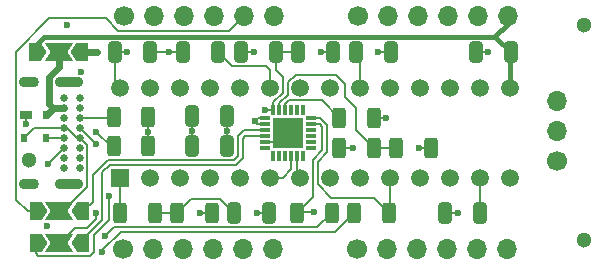
<source format=gbr>
%TF.GenerationSoftware,KiCad,Pcbnew,(6.0.7)*%
%TF.CreationDate,2022-12-19T16:29:32-08:00*%
%TF.ProjectId,Intermediary_revC_4layer,496e7465-726d-4656-9469-6172795f7265,rev?*%
%TF.SameCoordinates,Original*%
%TF.FileFunction,Copper,L4,Bot*%
%TF.FilePolarity,Positive*%
%FSLAX46Y46*%
G04 Gerber Fmt 4.6, Leading zero omitted, Abs format (unit mm)*
G04 Created by KiCad (PCBNEW (6.0.7)) date 2022-12-19 16:29:32*
%MOMM*%
%LPD*%
G01*
G04 APERTURE LIST*
G04 Aperture macros list*
%AMRoundRect*
0 Rectangle with rounded corners*
0 $1 Rounding radius*
0 $2 $3 $4 $5 $6 $7 $8 $9 X,Y pos of 4 corners*
0 Add a 4 corners polygon primitive as box body*
4,1,4,$2,$3,$4,$5,$6,$7,$8,$9,$2,$3,0*
0 Add four circle primitives for the rounded corners*
1,1,$1+$1,$2,$3*
1,1,$1+$1,$4,$5*
1,1,$1+$1,$6,$7*
1,1,$1+$1,$8,$9*
0 Add four rect primitives between the rounded corners*
20,1,$1+$1,$2,$3,$4,$5,0*
20,1,$1+$1,$4,$5,$6,$7,0*
20,1,$1+$1,$6,$7,$8,$9,0*
20,1,$1+$1,$8,$9,$2,$3,0*%
%AMFreePoly0*
4,1,6,1.000000,0.000000,0.500000,-0.750000,-0.500000,-0.750000,-0.500000,0.750000,0.500000,0.750000,1.000000,0.000000,1.000000,0.000000,$1*%
%AMFreePoly1*
4,1,7,0.700000,0.000000,1.200000,-0.750000,-1.200000,-0.750000,-0.700000,0.000000,-1.200000,0.750000,1.200000,0.750000,0.700000,0.000000,0.700000,0.000000,$1*%
G04 Aperture macros list end*
%TA.AperFunction,ComponentPad*%
%ADD10C,0.650000*%
%TD*%
%TA.AperFunction,ComponentPad*%
%ADD11O,1.700000X0.900000*%
%TD*%
%TA.AperFunction,ComponentPad*%
%ADD12O,2.400000X0.900000*%
%TD*%
%TA.AperFunction,SMDPad,CuDef*%
%ADD13R,0.850000X0.300000*%
%TD*%
%TA.AperFunction,SMDPad,CuDef*%
%ADD14R,0.300000X0.850000*%
%TD*%
%TA.AperFunction,SMDPad,CuDef*%
%ADD15R,2.550000X2.550000*%
%TD*%
%TA.AperFunction,WasherPad*%
%ADD16C,1.300000*%
%TD*%
%TA.AperFunction,ComponentPad*%
%ADD17C,1.700000*%
%TD*%
%TA.AperFunction,ComponentPad*%
%ADD18O,1.700000X1.700000*%
%TD*%
%TA.AperFunction,ComponentPad*%
%ADD19R,1.508000X1.508000*%
%TD*%
%TA.AperFunction,ComponentPad*%
%ADD20C,1.508000*%
%TD*%
%TA.AperFunction,SMDPad,CuDef*%
%ADD21RoundRect,0.250000X0.312500X0.625000X-0.312500X0.625000X-0.312500X-0.625000X0.312500X-0.625000X0*%
%TD*%
%TA.AperFunction,SMDPad,CuDef*%
%ADD22RoundRect,0.250000X-0.325000X-0.650000X0.325000X-0.650000X0.325000X0.650000X-0.325000X0.650000X0*%
%TD*%
%TA.AperFunction,SMDPad,CuDef*%
%ADD23RoundRect,0.250000X-0.312500X-0.625000X0.312500X-0.625000X0.312500X0.625000X-0.312500X0.625000X0*%
%TD*%
%TA.AperFunction,SMDPad,CuDef*%
%ADD24R,1.000000X0.700000*%
%TD*%
%TA.AperFunction,SMDPad,CuDef*%
%ADD25R,0.600000X0.700000*%
%TD*%
%TA.AperFunction,SMDPad,CuDef*%
%ADD26FreePoly0,180.000000*%
%TD*%
%TA.AperFunction,SMDPad,CuDef*%
%ADD27FreePoly1,0.000000*%
%TD*%
%TA.AperFunction,SMDPad,CuDef*%
%ADD28FreePoly0,0.000000*%
%TD*%
%TA.AperFunction,SMDPad,CuDef*%
%ADD29RoundRect,0.250000X0.325000X0.650000X-0.325000X0.650000X-0.325000X-0.650000X0.325000X-0.650000X0*%
%TD*%
%TA.AperFunction,ViaPad*%
%ADD30C,0.600000*%
%TD*%
%TA.AperFunction,Conductor*%
%ADD31C,0.203200*%
%TD*%
%TA.AperFunction,Conductor*%
%ADD32C,0.406400*%
%TD*%
%TA.AperFunction,Conductor*%
%ADD33C,0.609600*%
%TD*%
%TA.AperFunction,Conductor*%
%ADD34C,0.600000*%
%TD*%
%TA.AperFunction,Conductor*%
%ADD35C,0.152400*%
%TD*%
%TA.AperFunction,Conductor*%
%ADD36C,0.200000*%
%TD*%
G04 APERTURE END LIST*
D10*
%TO.P,J5,A1,GND*%
%TO.N,GNDREF*%
X125465400Y-92021000D03*
%TO.P,J5,A4,VBUS*%
%TO.N,+5V*%
X125465400Y-92871000D03*
%TO.P,J5,A5,CC1*%
%TO.N,Net-(J5-PadA5)*%
X125465400Y-93721000D03*
%TO.P,J5,A6,DP1*%
%TO.N,/D+*%
X125465400Y-94571000D03*
%TO.P,J5,A7,DN1*%
%TO.N,/D-*%
X125465400Y-95421000D03*
%TO.P,J5,A8,SBU1*%
%TO.N,unconnected-(J5-PadA8)*%
X125465400Y-96271000D03*
%TO.P,J5,A9,VBUS*%
%TO.N,+5V*%
X125465400Y-97121000D03*
%TO.P,J5,A12,GND*%
%TO.N,GNDREF*%
X125465400Y-97971000D03*
%TO.P,J5,B1,GND*%
X124115400Y-97971000D03*
%TO.P,J5,B4,VBUS*%
%TO.N,+5V*%
X124115400Y-97121000D03*
%TO.P,J5,B5,CC2*%
%TO.N,Net-(J5-PadB5)*%
X124115400Y-96271000D03*
%TO.P,J5,B6,DP2*%
%TO.N,/D+*%
X124115400Y-95421000D03*
%TO.P,J5,B7,DN2*%
%TO.N,/D-*%
X124115400Y-94571000D03*
%TO.P,J5,B8,SBU2*%
%TO.N,unconnected-(J5-PadB8)*%
X124115400Y-93721000D03*
%TO.P,J5,B9,VBUS*%
%TO.N,+5V*%
X124115400Y-92871000D03*
%TO.P,J5,B12,GND*%
%TO.N,GNDREF*%
X124115400Y-92021000D03*
D11*
%TO.P,J5,S1,SHELL*%
X121105400Y-90671000D03*
%TO.P,J5,S2,SHELL*%
X121105400Y-99321000D03*
D12*
%TO.P,J5,S3,SHELL*%
X124485400Y-90671000D03*
%TO.P,J5,S4,SHELL*%
X124485400Y-99321000D03*
%TD*%
D13*
%TO.P,IC1,1,RI_/_CLK*%
%TO.N,unconnected-(IC1-Pad1)*%
X141132200Y-96246000D03*
%TO.P,IC1,2,GND_1*%
%TO.N,GNDREF*%
X141132200Y-95746000D03*
%TO.P,IC1,3,D+*%
%TO.N,/D+_CP2102N*%
X141132200Y-95246000D03*
%TO.P,IC1,4,D-*%
%TO.N,/D-_CP2102N*%
X141132200Y-94746000D03*
%TO.P,IC1,5,VIO*%
%TO.N,+3V3*%
X141132200Y-94246000D03*
%TO.P,IC1,6,VDD*%
X141132200Y-93746000D03*
D14*
%TO.P,IC1,7,VREGIN*%
%TO.N,/VREGIN_CP2102N*%
X141832200Y-93046000D03*
%TO.P,IC1,8,VBUS*%
%TO.N,/CP2102N/VBUS*%
X142332200Y-93046000D03*
%TO.P,IC1,9,RSTB*%
%TO.N,Net-(IC1-Pad9)*%
X142832200Y-93046000D03*
%TO.P,IC1,10,NC_1*%
%TO.N,unconnected-(IC1-Pad10)*%
X143332200Y-93046000D03*
%TO.P,IC1,11,GPIO.3_/_WAKEUP*%
%TO.N,unconnected-(IC1-Pad11)*%
X143832200Y-93046000D03*
%TO.P,IC1,12,GPIO.2_/_RS485*%
%TO.N,unconnected-(IC1-Pad12)*%
X144332200Y-93046000D03*
D13*
%TO.P,IC1,13,GPIO.1_/_RXT*%
%TO.N,/RA3{slash}RXT_PIC*%
X145032200Y-93746000D03*
%TO.P,IC1,14,GPIO.0_/_TXT*%
%TO.N,/RA2{slash}TXT_PIC*%
X145032200Y-94246000D03*
%TO.P,IC1,15,SUSPENDB*%
%TO.N,unconnected-(IC1-Pad15)*%
X145032200Y-94746000D03*
%TO.P,IC1,16,NC_2*%
%TO.N,unconnected-(IC1-Pad16)*%
X145032200Y-95246000D03*
%TO.P,IC1,17,SUSPEND*%
%TO.N,unconnected-(IC1-Pad17)*%
X145032200Y-95746000D03*
%TO.P,IC1,18,CTS*%
%TO.N,unconnected-(IC1-Pad18)*%
X145032200Y-96246000D03*
D14*
%TO.P,IC1,19,RTS*%
%TO.N,unconnected-(IC1-Pad19)*%
X144332200Y-96946000D03*
%TO.P,IC1,20,RXD*%
%TO.N,/CP2102N/RXD*%
X143832200Y-96946000D03*
%TO.P,IC1,21,TXD*%
%TO.N,/CP2102N/TXD*%
X143332200Y-96946000D03*
%TO.P,IC1,22,DSR*%
%TO.N,unconnected-(IC1-Pad22)*%
X142832200Y-96946000D03*
%TO.P,IC1,23,DTR*%
%TO.N,unconnected-(IC1-Pad23)*%
X142332200Y-96946000D03*
%TO.P,IC1,24,DCD*%
%TO.N,unconnected-(IC1-Pad24)*%
X141832200Y-96946000D03*
D15*
%TO.P,IC1,25,GND_2*%
%TO.N,GNDREF*%
X143082200Y-94996000D03*
%TD*%
D16*
%TO.P,H3,*%
%TO.N,*%
X168148000Y-85852000D03*
%TD*%
%TO.P,H2,*%
%TO.N,*%
X168148000Y-104013000D03*
%TD*%
%TO.P,H1,*%
%TO.N,*%
X121158000Y-97282000D03*
%TD*%
D17*
%TO.P,J1,1,Pin_1*%
%TO.N,/PIC32/RA0*%
X129112200Y-104775000D03*
D18*
%TO.P,J1,2,Pin_2*%
%TO.N,/PIC32/RA1*%
X131652200Y-104775000D03*
%TO.P,J1,3,Pin_3*%
%TO.N,/PIC32/RB0*%
X134192200Y-104775000D03*
%TO.P,J1,4,Pin_4*%
%TO.N,/PIC32/RB1*%
X136732200Y-104775000D03*
%TO.P,J1,5,Pin_5*%
%TO.N,/CP2102N/TXD*%
X139272200Y-104775000D03*
%TO.P,J1,6,Pin_6*%
%TO.N,/CP2102N/RXD*%
X141812200Y-104775000D03*
%TD*%
D17*
%TO.P,J3,1,Pin_1*%
%TO.N,/PIC32/RB15*%
X129137200Y-85090000D03*
D18*
%TO.P,J3,2,Pin_2*%
%TO.N,/PIC32/RB14*%
X131677200Y-85090000D03*
%TO.P,J3,3,Pin_3*%
%TO.N,/PIC32/RB13*%
X134217200Y-85090000D03*
%TO.P,J3,4,Pin_4*%
%TO.N,+3V3*%
X136757200Y-85090000D03*
%TO.P,J3,5,Pin_5*%
%TO.N,/RB11{slash}D-_PIC*%
X139297200Y-85090000D03*
%TO.P,J3,6,Pin_6*%
%TO.N,/RB10{slash}D+_PIC*%
X141837200Y-85090000D03*
%TD*%
D17*
%TO.P,J6,1,Pin_1*%
%TO.N,/PIC32/RB9{slash}TX_TGT*%
X165862000Y-97394000D03*
D18*
%TO.P,J6,2,Pin_2*%
%TO.N,/PIC32/RB8{slash}RX_TGT*%
X165862000Y-94854000D03*
%TO.P,J6,3,Pin_3*%
%TO.N,GNDREF*%
X165862000Y-92314000D03*
%TD*%
D17*
%TO.P,J4,1,Pin_1*%
%TO.N,GNDREF*%
X148949200Y-85090000D03*
D18*
%TO.P,J4,2,Pin_2*%
X151489200Y-85090000D03*
%TO.P,J4,3,Pin_3*%
%TO.N,/PIC32/RB9{slash}TX_TGT*%
X154029200Y-85090000D03*
%TO.P,J4,4,Pin_4*%
%TO.N,/PIC32/RB8{slash}RX_TGT*%
X156569200Y-85090000D03*
%TO.P,J4,5,Pin_5*%
%TO.N,/PIC32/RB7*%
X159109200Y-85090000D03*
%TO.P,J4,6,Pin_6*%
%TO.N,/VBUS_PIC*%
X161649200Y-85090000D03*
%TD*%
D17*
%TO.P,J2,1,Pin_1*%
%TO.N,/RA2{slash}TXT_PIC*%
X148924200Y-104775000D03*
D18*
%TO.P,J2,2,Pin_2*%
%TO.N,/RA3{slash}RXT_PIC*%
X151464200Y-104775000D03*
%TO.P,J2,3,Pin_3*%
%TO.N,/PIC32/RB4*%
X154004200Y-104775000D03*
%TO.P,J2,4,Pin_4*%
%TO.N,/PIC32/RA4*%
X156544200Y-104775000D03*
%TO.P,J2,5,Pin_5*%
%TO.N,GNDREF*%
X159084200Y-104775000D03*
%TO.P,J2,6,Pin_6*%
%TO.N,/PIC32/RB5*%
X161624200Y-104775000D03*
%TD*%
D19*
%TO.P,U1,1,MCLR*%
%TO.N,/PIC32/~{MCLR}*%
X128858200Y-98764500D03*
D20*
%TO.P,U1,2,PGED3/VREF+/CVREF+/AN0/C3INC/RPA0/CTED1/PMD7/RA0*%
%TO.N,/PIC32/RA0*%
X131398200Y-98764500D03*
%TO.P,U1,3,PGEC3/VREF-/CVREF-/AN1/RPA1/CTED2/PMD6/RA1*%
%TO.N,/PIC32/RA1*%
X133938200Y-98764500D03*
%TO.P,U1,4,PGED1/AN2/C1IND/C2INB/C3IND/RPB0/PMD0/RB0*%
%TO.N,/PIC32/RB0*%
X136478200Y-98764500D03*
%TO.P,U1,5,PGEC1/AN3/C1INC/C2INA/RPB1/CTED12/PMD1/RB1*%
%TO.N,/PIC32/RB1*%
X139018200Y-98764500D03*
%TO.P,U1,6,AN4/C1INB/C2IND/RPB2/SDA2/CTED13/PMD2/RB2*%
%TO.N,/CP2102N/TXD*%
X141558200Y-98764500D03*
%TO.P,U1,7,AN5/C1INA/C2INC/RTCC/RPB3/SCL2/PMWR/RB3*%
%TO.N,/CP2102N/RXD*%
X144098200Y-98764500D03*
%TO.P,U1,8,VSS_2*%
%TO.N,GNDREF*%
X146638200Y-98764500D03*
%TO.P,U1,9,OSC1/CLKI/RPA2/RA2*%
%TO.N,/RA2{slash}TXT_PIC*%
X149178200Y-98764500D03*
%TO.P,U1,10,OSC2/CLKO/RPA3/PMA0/RA3*%
%TO.N,/RA3{slash}RXT_PIC*%
X151718200Y-98764500D03*
%TO.P,U1,11,SOSCI/RPB4/RB4*%
%TO.N,/PIC32/RB4*%
X154258200Y-98764500D03*
%TO.P,U1,12,SOSCO/RPA4/T1CK/CTED9/PMA1/RA4*%
%TO.N,/PIC32/RA4*%
X156798200Y-98764500D03*
%TO.P,U1,13,VDD*%
%TO.N,+3V3*%
X159338200Y-98764500D03*
%TO.P,U1,14,TMS/RPB5/USBID/RB5*%
%TO.N,/PIC32/RB5*%
X161878200Y-98764500D03*
%TO.P,U1,15,VBUS*%
%TO.N,/VBUS_PIC*%
X161878200Y-91144500D03*
%TO.P,U1,16,TDI/RPB7/CTED3/PMD5/INT0/RB7*%
%TO.N,/PIC32/RB7*%
X159338200Y-91144500D03*
%TO.P,U1,17,TCK/RPB8/SCL1/CTED10/PMD4/RB8*%
%TO.N,/PIC32/RB8{slash}RX_TGT*%
X156798200Y-91144500D03*
%TO.P,U1,18,TDO/RPB9/SDA1/CTED4/PMD3/RB9*%
%TO.N,/PIC32/RB9{slash}TX_TGT*%
X154258200Y-91144500D03*
%TO.P,U1,19,VSS*%
%TO.N,GNDREF*%
X151718200Y-91144500D03*
%TO.P,U1,20,VCAP*%
%TO.N,Net-(C6-Pad1)*%
X149178200Y-91144500D03*
%TO.P,U1,21,PGED2/RPB10/D+/CTED11/RB10*%
%TO.N,/RB10{slash}D+_PIC*%
X146638200Y-91144500D03*
%TO.P,U1,22,PGEC2/RPB11/D-/RB11*%
%TO.N,/RB11{slash}D-_PIC*%
X144098200Y-91144500D03*
%TO.P,U1,23,VUSB3V3*%
%TO.N,+3V3*%
X141558200Y-91144500D03*
%TO.P,U1,24,AN11/RPB13/CTPLS/PMRD/RB13*%
%TO.N,/PIC32/RB13*%
X139018200Y-91144500D03*
%TO.P,U1,25,CVREF/AN10/C3INB/RPB14/VBUSON/SCK1/CTED5/RB14*%
%TO.N,/PIC32/RB14*%
X136478200Y-91144500D03*
%TO.P,U1,26,AN9/C3INA/RPB15/SCK2/CTED6/PMCS1/RB15*%
%TO.N,/PIC32/RB15*%
X133938200Y-91144500D03*
%TO.P,U1,27,AVSS*%
%TO.N,GNDREF*%
X131398200Y-91144500D03*
%TO.P,U1,28,AVDD*%
%TO.N,+3V3*%
X128858200Y-91144500D03*
%TD*%
D21*
%TO.P,R4,1*%
%TO.N,/VREGIN_CP2102N*%
X155147200Y-96266000D03*
%TO.P,R4,2*%
%TO.N,/CP2102N/VBUS*%
X152222200Y-96266000D03*
%TD*%
%TO.P,R1,1*%
%TO.N,+3V3*%
X150321200Y-93726000D03*
%TO.P,R1,2*%
%TO.N,Net-(IC1-Pad9)*%
X147396200Y-93726000D03*
%TD*%
D22*
%TO.P,C4,1*%
%TO.N,/VREGIN_CP2102N*%
X143942200Y-88138000D03*
%TO.P,C4,2*%
%TO.N,GNDREF*%
X146892200Y-88138000D03*
%TD*%
D23*
%TO.P,R7,1*%
%TO.N,Net-(J5-PadA5)*%
X128295400Y-93624400D03*
%TO.P,R7,2*%
%TO.N,GNDREF*%
X131220400Y-93624400D03*
%TD*%
D21*
%TO.P,R8,1*%
%TO.N,Net-(D1-Pad1)*%
X146765200Y-101727000D03*
%TO.P,R8,2*%
%TO.N,/RA2{slash}TXT_PIC*%
X143840200Y-101727000D03*
%TD*%
D23*
%TO.P,R6,1*%
%TO.N,Net-(J5-PadB5)*%
X128295400Y-96113600D03*
%TO.P,R6,2*%
%TO.N,GNDREF*%
X131220400Y-96113600D03*
%TD*%
D21*
%TO.P,R2,1*%
%TO.N,+3V3*%
X136605200Y-101727000D03*
%TO.P,R2,2*%
%TO.N,Net-(C1-Pad1)*%
X133680200Y-101727000D03*
%TD*%
D24*
%TO.P,D2,1,A*%
%TO.N,GNDREF*%
X120904000Y-93421200D03*
D25*
%TO.P,D2,2,K*%
%TO.N,+5V*%
X122604000Y-93421200D03*
%TO.P,D2,3,K*%
%TO.N,/D+*%
X122604000Y-95421200D03*
%TO.P,D2,4,K*%
%TO.N,/D-*%
X120704000Y-95421200D03*
%TD*%
D26*
%TO.P,JP2,3,B*%
%TO.N,/D+_CP2102N*%
X125698000Y-104317800D03*
D27*
%TO.P,JP2,2,C*%
%TO.N,/D+*%
X123698000Y-104317800D03*
D28*
%TO.P,JP2,1,A*%
%TO.N,/RB10{slash}D+_PIC*%
X121698000Y-104317800D03*
%TD*%
D29*
%TO.P,C8,1*%
%TO.N,+3V3*%
X137873000Y-96088200D03*
%TO.P,C8,2*%
%TO.N,GNDREF*%
X134923000Y-96088200D03*
%TD*%
%TO.P,C7,1*%
%TO.N,+3V3*%
X137873000Y-93548200D03*
%TO.P,C7,2*%
%TO.N,GNDREF*%
X134923000Y-93548200D03*
%TD*%
D21*
%TO.P,R5,1*%
%TO.N,/CP2102N/VBUS*%
X150317200Y-96266000D03*
%TO.P,R5,2*%
%TO.N,GNDREF*%
X147392200Y-96266000D03*
%TD*%
D26*
%TO.P,JP3,3,B*%
%TO.N,/D-_CP2102N*%
X125698000Y-101625400D03*
D27*
%TO.P,JP3,2,C*%
%TO.N,/D-*%
X123698000Y-101625400D03*
D28*
%TO.P,JP3,1,A*%
%TO.N,/RB11{slash}D-_PIC*%
X121698000Y-101625400D03*
%TD*%
D23*
%TO.P,R9,1*%
%TO.N,Net-(D3-Pad1)*%
X148662200Y-101727000D03*
%TO.P,R9,2*%
%TO.N,/RA3{slash}RXT_PIC*%
X151587200Y-101727000D03*
%TD*%
D22*
%TO.P,C2,1*%
%TO.N,GNDREF*%
X156388200Y-101727000D03*
%TO.P,C2,2*%
%TO.N,+3V3*%
X159338200Y-101727000D03*
%TD*%
D29*
%TO.P,C9,1*%
%TO.N,+3V3*%
X137111000Y-88138000D03*
%TO.P,C9,2*%
%TO.N,GNDREF*%
X134161000Y-88138000D03*
%TD*%
D22*
%TO.P,C6,1*%
%TO.N,Net-(C6-Pad1)*%
X148797200Y-88138000D03*
%TO.P,C6,2*%
%TO.N,GNDREF*%
X151747200Y-88138000D03*
%TD*%
D29*
%TO.P,C3,1*%
%TO.N,/VREGIN_CP2102N*%
X142066200Y-88138000D03*
%TO.P,C3,2*%
%TO.N,GNDREF*%
X139116200Y-88138000D03*
%TD*%
D21*
%TO.P,R3,1*%
%TO.N,Net-(C1-Pad1)*%
X131783200Y-101727000D03*
%TO.P,R3,2*%
%TO.N,/PIC32/~{MCLR}*%
X128858200Y-101727000D03*
%TD*%
D26*
%TO.P,JP1,3,B*%
%TO.N,/VREGIN_CP2102N*%
X125641000Y-88138000D03*
D27*
%TO.P,JP1,2,C*%
%TO.N,+5V*%
X123641000Y-88138000D03*
D28*
%TO.P,JP1,1,A*%
%TO.N,/VBUS_PIC*%
X121641000Y-88138000D03*
%TD*%
D22*
%TO.P,C1,1*%
%TO.N,Net-(C1-Pad1)*%
X138510200Y-101727000D03*
%TO.P,C1,2*%
%TO.N,GNDREF*%
X141460200Y-101727000D03*
%TD*%
D29*
%TO.P,C10,1*%
%TO.N,/VBUS_PIC*%
X161925000Y-88138000D03*
%TO.P,C10,2*%
%TO.N,GNDREF*%
X158975000Y-88138000D03*
%TD*%
D22*
%TO.P,C5,1*%
%TO.N,+3V3*%
X128397000Y-88138000D03*
%TO.P,C5,2*%
%TO.N,GNDREF*%
X131347000Y-88138000D03*
%TD*%
D30*
%TO.N,GNDREF*%
X132969000Y-88138000D03*
X143764000Y-95631000D03*
X142494000Y-94361000D03*
X131220400Y-94865000D03*
X143764000Y-94361000D03*
X150698200Y-88138000D03*
X134923000Y-94820000D03*
X142494000Y-95631000D03*
X140157200Y-88138000D03*
X157429200Y-101727000D03*
X145846800Y-88138000D03*
X148539200Y-96266000D03*
X124383800Y-85852000D03*
X140436600Y-101727000D03*
X160020000Y-88138000D03*
X120904000Y-94234000D03*
%TO.N,+3V3*%
X140233400Y-94005400D03*
X151358600Y-93726000D03*
X125552200Y-89814400D03*
X122625200Y-102850600D03*
X129438400Y-88138000D03*
X137871200Y-94818200D03*
X135585200Y-101727000D03*
%TO.N,Net-(D1-Pad1)*%
X127541617Y-103716417D03*
%TO.N,Net-(D3-Pad1)*%
X127329700Y-105029000D03*
%TO.N,/RB10{slash}D+_PIC*%
X127914400Y-100304600D03*
%TO.N,Net-(J5-PadB5)*%
X122758300Y-97586700D03*
X126826200Y-94869000D03*
%TO.N,/D+*%
X126800700Y-101726934D03*
X126802585Y-95888647D03*
%TO.N,/VREGIN_CP2102N*%
X154127200Y-96266000D03*
X126873000Y-88138000D03*
X141147800Y-93065600D03*
%TO.N,/RA2{slash}TXT_PIC*%
X145288000Y-101701600D03*
%TD*%
D31*
%TO.N,/RB11{slash}D-_PIC*%
X138063600Y-86323600D02*
X139297200Y-85090000D01*
X128682399Y-86323600D02*
X138063600Y-86323600D01*
X122857674Y-85267800D02*
X127626599Y-85267800D01*
X120001400Y-88124074D02*
X122857674Y-85267800D01*
X121005600Y-101625400D02*
X120001400Y-100621200D01*
X121698000Y-101625400D02*
X121005600Y-101625400D01*
X120001400Y-100621200D02*
X120001400Y-88124074D01*
X127626599Y-85267800D02*
X128682399Y-86323600D01*
D32*
%TO.N,/VBUS_PIC*%
X160618600Y-86831600D02*
X122422664Y-86831600D01*
X122422664Y-86831600D02*
X121641000Y-87613264D01*
X121641000Y-87613264D02*
X121641000Y-88138000D01*
D33*
%TO.N,+5V*%
X123647200Y-89433400D02*
X123647200Y-88144200D01*
X123647200Y-88144200D02*
X123641000Y-88138000D01*
X122828200Y-90252400D02*
X123647200Y-89433400D01*
X122828200Y-92526400D02*
X122828200Y-90252400D01*
X123172800Y-92871000D02*
X122828200Y-92526400D01*
D34*
%TO.N,/VREGIN_CP2102N*%
X125641000Y-88138000D02*
X126873000Y-88138000D01*
D31*
%TO.N,Net-(C1-Pad1)*%
X137330400Y-100547200D02*
X138510200Y-101727000D01*
X134860000Y-100547200D02*
X137330400Y-100547200D01*
X131783200Y-101727000D02*
X133680200Y-101727000D01*
X133680200Y-101727000D02*
X134860000Y-100547200D01*
%TO.N,GNDREF*%
X131220400Y-96113600D02*
X131220400Y-94865000D01*
X160020000Y-88138000D02*
X158975000Y-88138000D01*
X134923000Y-93548200D02*
X134923000Y-94820000D01*
X140436600Y-101727000D02*
X141460200Y-101727000D01*
X132969000Y-88138000D02*
X131347000Y-88138000D01*
D35*
X147392200Y-96266000D02*
X148539200Y-96266000D01*
D31*
X140157200Y-88138000D02*
X139116200Y-88138000D01*
X146892200Y-88138000D02*
X145846800Y-88138000D01*
X120904000Y-93421200D02*
X120904000Y-94234000D01*
X134161000Y-88138000D02*
X132969000Y-88138000D01*
X142332200Y-95746000D02*
X143082200Y-94996000D01*
X131220400Y-94865000D02*
X131220400Y-93624400D01*
X134923000Y-94820000D02*
X134923000Y-96088200D01*
X141132200Y-95746000D02*
X142332200Y-95746000D01*
X156388200Y-101727000D02*
X157429200Y-101727000D01*
X150698200Y-88138000D02*
X151747200Y-88138000D01*
%TO.N,+3V3*%
X141209600Y-89342800D02*
X138315800Y-89342800D01*
X141132200Y-94246000D02*
X140474000Y-94246000D01*
X159338200Y-98764500D02*
X159338200Y-101727000D01*
X128397000Y-88138000D02*
X129438400Y-88138000D01*
X141558200Y-91144500D02*
X141558200Y-89691400D01*
X140474000Y-94246000D02*
X140233400Y-94005400D01*
X151358600Y-93726000D02*
X150321200Y-93726000D01*
X140492800Y-93746000D02*
X140233400Y-94005400D01*
X128397000Y-90683300D02*
X128858200Y-91144500D01*
X128397000Y-88138000D02*
X128397000Y-90683300D01*
X141558200Y-89691400D02*
X141209600Y-89342800D01*
X135585200Y-101727000D02*
X136605200Y-101727000D01*
X141132200Y-93746000D02*
X140492800Y-93746000D01*
X138315800Y-89342800D02*
X137111000Y-88138000D01*
X137873000Y-96088200D02*
X137873000Y-93548200D01*
D33*
%TO.N,+5V*%
X124121200Y-92871000D02*
X123172800Y-92871000D01*
X123172800Y-92871000D02*
X122616000Y-93427800D01*
D31*
%TO.N,Net-(C6-Pad1)*%
X149178200Y-88519000D02*
X148797200Y-88138000D01*
X149178200Y-91144500D02*
X149178200Y-88519000D01*
%TO.N,Net-(D1-Pad1)*%
X128355294Y-102946200D02*
X145550000Y-102946200D01*
X127585077Y-103716417D02*
X128355294Y-102946200D01*
X145550000Y-102946200D02*
X146769200Y-101727000D01*
X127541617Y-103716417D02*
X127585077Y-103716417D01*
%TO.N,Net-(D3-Pad1)*%
X127329700Y-104924366D02*
X128901466Y-103352600D01*
X127329700Y-105029000D02*
X127329700Y-104924366D01*
X128901466Y-103352600D02*
X147044600Y-103352600D01*
X147044600Y-103352600D02*
X148670200Y-101727000D01*
%TO.N,/RB10{slash}D+_PIC*%
X126625400Y-103625600D02*
X126625400Y-105071452D01*
X127914400Y-102336600D02*
X126625400Y-103625600D01*
X126324252Y-105372600D02*
X121908000Y-105372600D01*
X127914400Y-100304600D02*
X127914400Y-102336600D01*
X121698000Y-105162600D02*
X121698000Y-104317800D01*
X126625400Y-105071452D02*
X126324252Y-105372600D01*
X121908000Y-105372600D02*
X121698000Y-105162600D01*
%TO.N,Net-(IC1-Pad9)*%
X143133000Y-92227400D02*
X145897600Y-92227400D01*
X145897600Y-92227400D02*
X147396200Y-93726000D01*
X142832200Y-92528200D02*
X143133000Y-92227400D01*
X142832200Y-93046000D02*
X142832200Y-92528200D01*
%TO.N,/PIC32/~{MCLR}*%
X128858200Y-98764500D02*
X128858200Y-101727000D01*
%TO.N,Net-(J5-PadB5)*%
X128070800Y-96113600D02*
X128299400Y-96113600D01*
X124121200Y-96271000D02*
X124074000Y-96271000D01*
X124074000Y-96271000D02*
X122758300Y-97586700D01*
X126826200Y-94869000D02*
X128070800Y-96113600D01*
%TO.N,Net-(J5-PadA5)*%
X128196000Y-93721000D02*
X128299400Y-93617600D01*
X125471200Y-93721000D02*
X128196000Y-93721000D01*
%TO.N,/VBUS_PIC*%
X161925000Y-88138000D02*
X161878200Y-88184800D01*
D32*
X161671000Y-85725000D02*
X161671000Y-85111800D01*
X161671000Y-85111800D02*
X161649200Y-85090000D01*
X161878200Y-88184800D02*
X161878200Y-91144500D01*
X161925000Y-88138000D02*
X160618600Y-86831600D01*
X160618600Y-86831600D02*
X160618600Y-86777400D01*
X160618600Y-86777400D02*
X161671000Y-85725000D01*
D36*
%TO.N,/D+*%
X124993400Y-103022400D02*
X123698000Y-104317800D01*
X126783047Y-95888647D02*
X125465400Y-94571000D01*
D31*
X124121200Y-95421000D02*
X122622800Y-95421000D01*
D36*
X126800700Y-102303090D02*
X126081390Y-103022400D01*
X126802585Y-95888647D02*
X126783047Y-95888647D01*
X126800700Y-101726934D02*
X126800700Y-102303090D01*
X126081390Y-103022400D02*
X124993400Y-103022400D01*
D31*
X122622800Y-95421000D02*
X122616000Y-95427800D01*
%TO.N,/D-*%
X124369200Y-94571000D02*
X124121200Y-94571000D01*
X123698000Y-101625400D02*
X124002800Y-101625400D01*
X124121200Y-94571000D02*
X121572800Y-94571000D01*
X126060200Y-99568000D02*
X126060200Y-96015800D01*
X124002800Y-101625400D02*
X126060200Y-99568000D01*
D36*
X126060200Y-96015800D02*
X125465400Y-95421000D01*
D31*
X125471200Y-95421000D02*
X125219200Y-95421000D01*
X125219200Y-95421000D02*
X124369200Y-94571000D01*
X121572800Y-94571000D02*
X120716000Y-95427800D01*
%TO.N,/D+_CP2102N*%
X125698000Y-103978264D02*
X125698000Y-104317800D01*
X127354700Y-102321564D02*
X125698000Y-103978264D01*
X141132200Y-95246000D02*
X139433200Y-95246000D01*
X127973300Y-97705700D02*
X127354700Y-98324300D01*
X139433200Y-95246000D02*
X139217400Y-95461800D01*
X139217400Y-97128270D02*
X138639970Y-97705700D01*
X139217400Y-95461800D02*
X139217400Y-97128270D01*
X127354700Y-98324300D02*
X127354700Y-102321564D01*
X138639970Y-97705700D02*
X127973300Y-97705700D01*
%TO.N,/D-_CP2102N*%
X127795500Y-97299300D02*
X126515800Y-98579000D01*
X126515800Y-100807600D02*
X126515800Y-98579000D01*
X138471634Y-97299300D02*
X127795500Y-97299300D01*
X139340400Y-94746000D02*
X141132200Y-94746000D01*
X138471634Y-97299300D02*
X138811000Y-96959934D01*
X138811000Y-95275400D02*
X139340400Y-94746000D01*
X138811000Y-96959934D02*
X138811000Y-95275400D01*
X125698000Y-101625400D02*
X126515800Y-100807600D01*
%TO.N,/VREGIN_CP2102N*%
X141167400Y-93046000D02*
X141147800Y-93065600D01*
X141832200Y-92367870D02*
X142617000Y-91583070D01*
X142066200Y-89662000D02*
X142066200Y-88138000D01*
X142066200Y-88138000D02*
X143942200Y-88138000D01*
X142617000Y-90212800D02*
X142066200Y-89662000D01*
X154127200Y-96266000D02*
X155147200Y-96266000D01*
X142617000Y-91583070D02*
X142617000Y-90212800D01*
X141832200Y-93046000D02*
X141167400Y-93046000D01*
X141832200Y-93046000D02*
X141832200Y-92367870D01*
%TO.N,/CP2102N/VBUS*%
X143039400Y-90705930D02*
X143702330Y-90043000D01*
X147146200Y-90043000D02*
X147908200Y-90805000D01*
X147908200Y-90805000D02*
X147908200Y-91948000D01*
X147908200Y-91948000D02*
X148797200Y-92837000D01*
X152349200Y-96266000D02*
X150444200Y-96266000D01*
X142332200Y-93046000D02*
X142332200Y-92442606D01*
X148797200Y-92837000D02*
X148797200Y-94746000D01*
X142332200Y-92442606D02*
X143039400Y-91735406D01*
X143702330Y-90043000D02*
X147146200Y-90043000D01*
X148797200Y-94746000D02*
X150317200Y-96266000D01*
X143039400Y-91735406D02*
X143039400Y-90705930D01*
%TO.N,/CP2102N/RXD*%
X143832200Y-96946000D02*
X143832200Y-98498500D01*
X143832200Y-98498500D02*
X144098200Y-98764500D01*
%TO.N,/CP2102N/TXD*%
X143332200Y-98033130D02*
X142600830Y-98764500D01*
X143332200Y-96946000D02*
X143332200Y-98033130D01*
X142600830Y-98764500D02*
X141558200Y-98764500D01*
%TO.N,/RA2{slash}TXT_PIC*%
X145161000Y-100410200D02*
X143844200Y-101727000D01*
X143865600Y-101701600D02*
X143840200Y-101727000D01*
X145032200Y-94246000D02*
X145735800Y-94246000D01*
X145161000Y-97282000D02*
X145161000Y-100410200D01*
X145735800Y-94246000D02*
X145977800Y-94488000D01*
X145977800Y-94488000D02*
X145977800Y-96465200D01*
X145288000Y-101701600D02*
X143865600Y-101701600D01*
X145977800Y-96465200D02*
X145161000Y-97282000D01*
%TO.N,/RA3{slash}RXT_PIC*%
X145810536Y-93746000D02*
X145032200Y-93746000D01*
X151718200Y-98764500D02*
X151718200Y-101596000D01*
X146384200Y-94319664D02*
X145810536Y-93746000D01*
X150342600Y-100482400D02*
X151587200Y-101727000D01*
X146735800Y-100482400D02*
X145567400Y-99314000D01*
X146735800Y-100482400D02*
X150342600Y-100482400D01*
X145567400Y-97450336D02*
X146384200Y-96633536D01*
X151718200Y-101596000D02*
X151587200Y-101727000D01*
X146384200Y-96633536D02*
X146384200Y-94319664D01*
X145567400Y-99314000D02*
X145567400Y-97450336D01*
%TD*%
M02*

</source>
